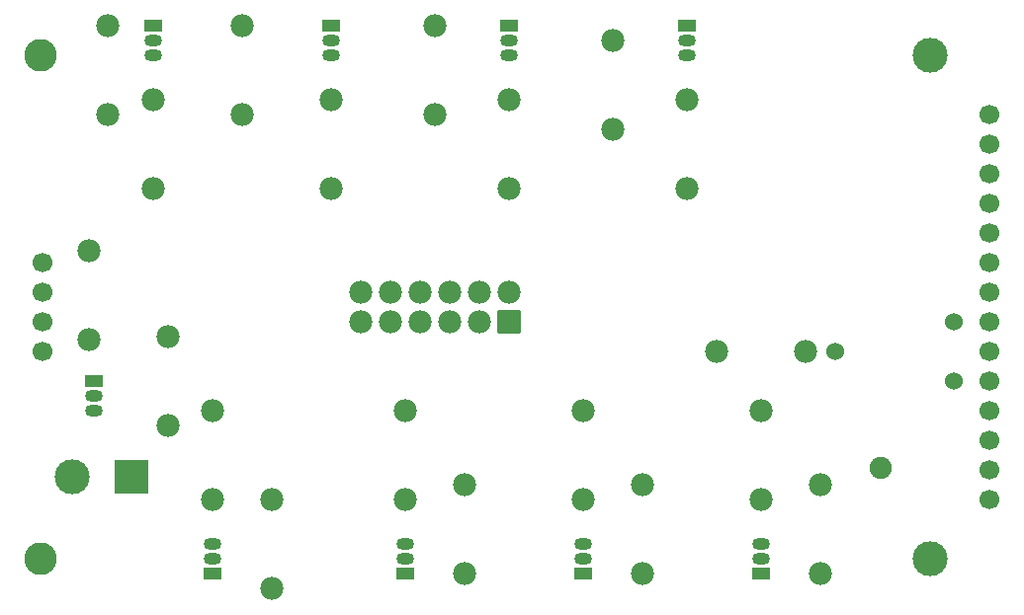
<source format=gbr>
%TF.GenerationSoftware,KiCad,Pcbnew,8.0.6*%
%TF.CreationDate,2025-05-19T18:36:41-06:00*%
%TF.ProjectId,Subsystem SPI Breakout v4,53756273-7973-4746-956d-205350492042,rev?*%
%TF.SameCoordinates,Original*%
%TF.FileFunction,Soldermask,Top*%
%TF.FilePolarity,Negative*%
%FSLAX46Y46*%
G04 Gerber Fmt 4.6, Leading zero omitted, Abs format (unit mm)*
G04 Created by KiCad (PCBNEW 8.0.6) date 2025-05-19 18:36:41*
%MOMM*%
%LPD*%
G01*
G04 APERTURE LIST*
G04 Aperture macros list*
%AMRoundRect*
0 Rectangle with rounded corners*
0 $1 Rounding radius*
0 $2 $3 $4 $5 $6 $7 $8 $9 X,Y pos of 4 corners*
0 Add a 4 corners polygon primitive as box body*
4,1,4,$2,$3,$4,$5,$6,$7,$8,$9,$2,$3,0*
0 Add four circle primitives for the rounded corners*
1,1,$1+$1,$2,$3*
1,1,$1+$1,$4,$5*
1,1,$1+$1,$6,$7*
1,1,$1+$1,$8,$9*
0 Add four rect primitives between the rounded corners*
20,1,$1+$1,$2,$3,$4,$5,0*
20,1,$1+$1,$4,$5,$6,$7,0*
20,1,$1+$1,$6,$7,$8,$9,0*
20,1,$1+$1,$8,$9,$2,$3,0*%
G04 Aperture macros list end*
%ADD10C,1.982000*%
%ADD11C,1.524000*%
%ADD12R,1.500000X1.050000*%
%ADD13O,1.500000X1.050000*%
%ADD14C,1.905000*%
%ADD15R,3.000000X3.000000*%
%ADD16C,3.000000*%
%ADD17RoundRect,0.102000X0.889000X0.889000X-0.889000X0.889000X-0.889000X-0.889000X0.889000X-0.889000X0*%
%ADD18C,2.794000*%
%ADD19C,1.700000*%
G04 APERTURE END LIST*
D10*
%TO.C,R5*%
X120600000Y-78740000D03*
X120600000Y-71120000D03*
%TD*%
%TO.C,R9*%
X172720000Y-99060000D03*
X180340000Y-99060000D03*
%TD*%
D11*
%TO.C,Brightness Adjust1*%
X182880000Y-99060000D03*
X193040000Y-96520000D03*
X193040000Y-101600000D03*
%TD*%
D10*
%TO.C,R16*%
X134620000Y-111760000D03*
X134620000Y-119380000D03*
%TD*%
%TO.C,R10*%
X148590000Y-78740000D03*
X148590000Y-71120000D03*
%TD*%
D12*
%TO.C,CS_SD1*%
X139700000Y-71120000D03*
D13*
X139700000Y-72390000D03*
X139700000Y-73660000D03*
%TD*%
D12*
%TO.C,DC1*%
X170180000Y-71120000D03*
D13*
X170180000Y-72390000D03*
X170180000Y-73660000D03*
%TD*%
D10*
%TO.C,R1*%
X181610000Y-110490000D03*
X181610000Y-118110000D03*
%TD*%
%TO.C,R17*%
X129540000Y-104140000D03*
X129540000Y-111760000D03*
%TD*%
%TO.C,R14*%
X132080000Y-78740000D03*
X132080000Y-71120000D03*
%TD*%
%TO.C,R11*%
X154940000Y-85090000D03*
X154940000Y-77470000D03*
%TD*%
D12*
%TO.C,RESET1*%
X146050000Y-118110000D03*
D13*
X146050000Y-116840000D03*
X146050000Y-115570000D03*
%TD*%
D10*
%TO.C,R6*%
X124460000Y-85090000D03*
X124460000Y-77470000D03*
%TD*%
D12*
%TO.C,MISO1*%
X124460000Y-71120000D03*
D13*
X124460000Y-72390000D03*
X124460000Y-73660000D03*
%TD*%
D14*
%TO.C,U1*%
X186800000Y-109000000D03*
%TD*%
D15*
%TO.C,LS1*%
X122600000Y-109800000D03*
D16*
X117520000Y-109800000D03*
%TD*%
D10*
%TO.C,R15*%
X139700000Y-85090000D03*
X139700000Y-77470000D03*
%TD*%
D17*
%TO.C,C1*%
X154940000Y-96520000D03*
D10*
X152400000Y-96520000D03*
X149860000Y-96520000D03*
X144780000Y-93980000D03*
X144780000Y-96520000D03*
X142240000Y-96520000D03*
X147320000Y-96520000D03*
X147320000Y-93980000D03*
X154940000Y-93980000D03*
X149860000Y-93980000D03*
X152400000Y-93980000D03*
X142240000Y-93980000D03*
%TD*%
D12*
%TO.C,MOSI1*%
X161290000Y-118110000D03*
D13*
X161290000Y-116840000D03*
X161290000Y-115570000D03*
%TD*%
D10*
%TO.C,R12*%
X163830000Y-80010000D03*
X163830000Y-72390000D03*
%TD*%
%TO.C,R2*%
X176530000Y-104140000D03*
X176530000Y-111760000D03*
%TD*%
D12*
%TO.C,Amplifying Transistor1*%
X119380000Y-101540000D03*
D13*
X119380000Y-102810000D03*
X119380000Y-104080000D03*
%TD*%
D10*
%TO.C,R7*%
X119000000Y-90390000D03*
X119000000Y-98010000D03*
%TD*%
%TO.C,R13*%
X170180000Y-85090000D03*
X170180000Y-77470000D03*
%TD*%
%TO.C,R19*%
X146050000Y-104140000D03*
X146050000Y-111760000D03*
%TD*%
D12*
%TO.C,CS_TFT1*%
X154940000Y-71120000D03*
D13*
X154940000Y-72390000D03*
X154940000Y-73660000D03*
%TD*%
D12*
%TO.C,SCK1*%
X176530000Y-118110000D03*
D13*
X176530000Y-116840000D03*
X176530000Y-115570000D03*
%TD*%
D10*
%TO.C,R3*%
X166370000Y-110490000D03*
X166370000Y-118110000D03*
%TD*%
%TO.C,R18*%
X151130000Y-110490000D03*
X151130000Y-118110000D03*
%TD*%
%TO.C,R8*%
X125730000Y-105410000D03*
X125730000Y-97790000D03*
%TD*%
%TO.C,R4*%
X161290000Y-104140000D03*
X161290000Y-111760000D03*
%TD*%
D16*
%TO.C,U2*%
X191060000Y-116840000D03*
X191060000Y-73660000D03*
D18*
X114860000Y-116840000D03*
X114860000Y-73660000D03*
D19*
X196140000Y-83820000D03*
X196140000Y-88900000D03*
X196140000Y-81280000D03*
X196140000Y-96520000D03*
X196140000Y-86360000D03*
X196140000Y-93980000D03*
X196140000Y-91440000D03*
X196140000Y-99060000D03*
X115030000Y-91440000D03*
X115030000Y-96520000D03*
X115030000Y-93980000D03*
X115030000Y-99060000D03*
X196140000Y-101600000D03*
X196140000Y-104140000D03*
X196140000Y-106680000D03*
X196140000Y-109220000D03*
X196140000Y-111760000D03*
X196140000Y-78740000D03*
%TD*%
D12*
%TO.C,CS_Touch1*%
X129540000Y-118110000D03*
D13*
X129540000Y-116840000D03*
X129540000Y-115570000D03*
%TD*%
M02*

</source>
